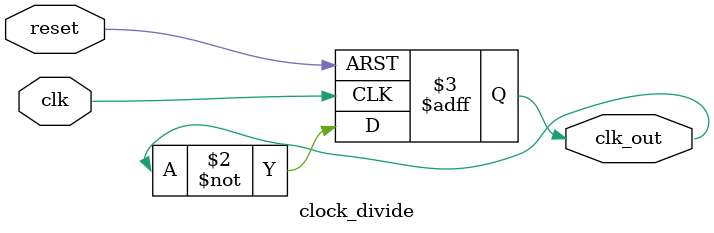
<source format=v>
`timescale 1ns / 1ps


module clock_divide(
    input clk,
    input reset,
    output reg clk_out
    );

    
    always @ (posedge clk or posedge reset) begin
        if (reset) begin
            clk_out <= 0;
        end else begin
            clk_out <= ~clk_out;
        end
    end
    
endmodule

</source>
